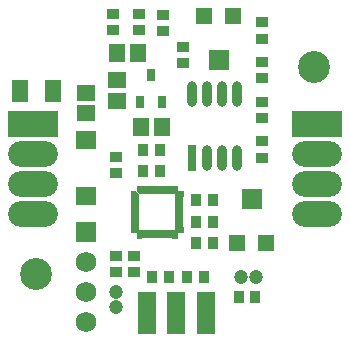
<source format=gts>
G04*
G04 #@! TF.GenerationSoftware,Altium Limited,Altium Designer,22.0.2 (36)*
G04*
G04 Layer_Color=8388736*
%FSLAX25Y25*%
%MOIN*%
G70*
G04*
G04 #@! TF.SameCoordinates,8AFDD3F0-81C4-4118-9C40-4E65E406D428*
G04*
G04*
G04 #@! TF.FilePolarity,Negative*
G04*
G01*
G75*
%ADD15R,0.16548X0.08674*%
%ADD16O,0.16548X0.08674*%
%ADD17R,0.03950X0.03556*%
%ADD18R,0.06312X0.14186*%
%ADD19R,0.07099X0.06706*%
%ADD20R,0.05524X0.05524*%
%ADD21R,0.03162X0.08674*%
%ADD22O,0.03162X0.08674*%
%ADD23C,0.04737*%
%ADD24R,0.02965X0.01981*%
%ADD25R,0.01981X0.02965*%
%ADD26R,0.06902X0.05918*%
%ADD27R,0.03162X0.04343*%
%ADD28R,0.05524X0.07296*%
%ADD29R,0.05328X0.06115*%
%ADD30R,0.06115X0.05328*%
%ADD31R,0.03556X0.03950*%
%ADD32C,0.06800*%
%ADD33R,0.06800X0.06800*%
%ADD34C,0.10642*%
G36*
X454528Y364173D02*
X453543Y363189D01*
X451772D01*
Y365158D01*
X454528D01*
Y364173D01*
D02*
G37*
G36*
X455709Y361221D02*
X453740D01*
Y362992D01*
X454724Y363976D01*
X455709D01*
Y361221D01*
D02*
G37*
G36*
Y376181D02*
X454724D01*
X453740Y377165D01*
Y378937D01*
X455709D01*
Y376181D01*
D02*
G37*
G36*
X454528Y375984D02*
Y375000D01*
X451772D01*
Y376969D01*
X453543D01*
X454528Y375984D01*
D02*
G37*
G36*
X469488Y363189D02*
X467717D01*
X466732Y364173D01*
Y365158D01*
X469488D01*
Y363189D01*
D02*
G37*
G36*
X467520Y362992D02*
Y361221D01*
X465551D01*
Y363976D01*
X466535D01*
X467520Y362992D01*
D02*
G37*
G36*
Y377165D02*
X466535Y376181D01*
X465551D01*
Y378937D01*
X467520D01*
Y377165D01*
D02*
G37*
G36*
X469488Y375000D02*
X466732D01*
Y375984D01*
X467717Y376969D01*
X469488D01*
Y375000D01*
D02*
G37*
D15*
X419291Y399606D02*
D03*
X513779D02*
D03*
D16*
X419291Y389606D02*
D03*
Y379606D02*
D03*
Y369606D02*
D03*
X513779Y389606D02*
D03*
Y379606D02*
D03*
Y369606D02*
D03*
D17*
X495669Y420210D02*
D03*
Y414698D02*
D03*
X446850Y350000D02*
D03*
Y355512D02*
D03*
X495669Y388189D02*
D03*
Y393701D02*
D03*
Y406955D02*
D03*
Y401444D02*
D03*
Y427953D02*
D03*
Y433465D02*
D03*
X469291Y425197D02*
D03*
Y419685D02*
D03*
X446063Y436221D02*
D03*
Y430709D02*
D03*
X462598Y435827D02*
D03*
Y430315D02*
D03*
X454724Y430709D02*
D03*
Y436221D02*
D03*
X446850Y388583D02*
D03*
Y383071D02*
D03*
X452756Y355512D02*
D03*
Y350000D02*
D03*
D18*
X457087Y336614D02*
D03*
X466929D02*
D03*
X476772D02*
D03*
D19*
X481102Y420866D02*
D03*
X492126Y374410D02*
D03*
D20*
X485827Y435433D02*
D03*
X476378D02*
D03*
X496850Y359842D02*
D03*
X487402D02*
D03*
D21*
X472284Y388189D02*
D03*
D22*
X487284D02*
D03*
X477283D02*
D03*
X482283D02*
D03*
X477283Y409449D02*
D03*
X487284D02*
D03*
X472284D02*
D03*
X482283D02*
D03*
D23*
X446850Y338583D02*
D03*
Y343583D02*
D03*
X488504Y348622D02*
D03*
X493504D02*
D03*
D24*
X453248Y366142D02*
D03*
Y368110D02*
D03*
Y370079D02*
D03*
Y372047D02*
D03*
Y374016D02*
D03*
X468012D02*
D03*
Y372047D02*
D03*
Y370079D02*
D03*
Y368110D02*
D03*
Y366142D02*
D03*
D25*
X456693Y377461D02*
D03*
X458661D02*
D03*
X460630D02*
D03*
X462598D02*
D03*
X464567D02*
D03*
Y362697D02*
D03*
X462598D02*
D03*
X460630D02*
D03*
X458661D02*
D03*
X456693D02*
D03*
D26*
X437008Y394055D02*
D03*
Y375630D02*
D03*
D27*
X454921Y406890D02*
D03*
X462402D02*
D03*
X458661Y415945D02*
D03*
D28*
X414764Y410433D02*
D03*
X425787D02*
D03*
D29*
X462106Y398622D02*
D03*
X455217D02*
D03*
X447342Y423228D02*
D03*
X454232D02*
D03*
D30*
X447244Y414075D02*
D03*
Y407185D02*
D03*
X437008Y409941D02*
D03*
Y403051D02*
D03*
D31*
X455905Y383858D02*
D03*
X461417D02*
D03*
X455905Y390748D02*
D03*
X461417D02*
D03*
X479134Y359842D02*
D03*
X473622D02*
D03*
X479134Y366929D02*
D03*
X473622D02*
D03*
X487795Y341732D02*
D03*
X493307D02*
D03*
X473622Y374016D02*
D03*
X479134D02*
D03*
X470669Y348425D02*
D03*
X476181D02*
D03*
X464567D02*
D03*
X459055D02*
D03*
D32*
X437008Y333347D02*
D03*
Y353346D02*
D03*
Y343347D02*
D03*
D33*
Y363347D02*
D03*
D34*
X420275Y349409D02*
D03*
X512795Y418307D02*
D03*
M02*

</source>
